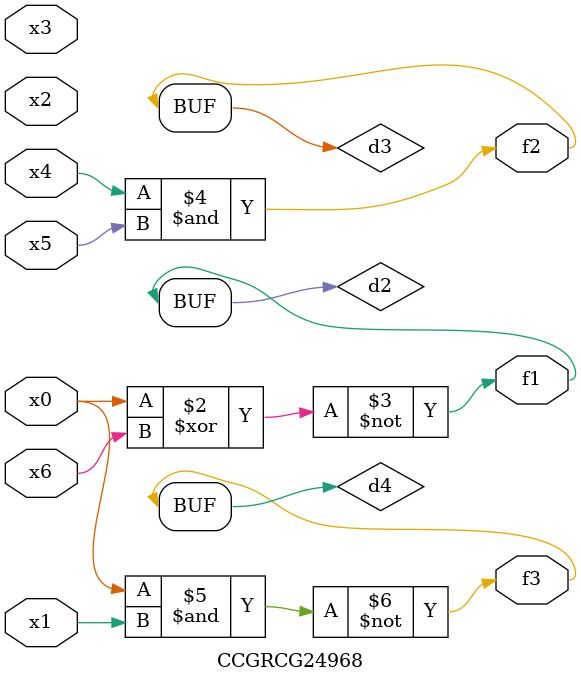
<source format=v>
module CCGRCG24968(
	input x0, x1, x2, x3, x4, x5, x6,
	output f1, f2, f3
);

	wire d1, d2, d3, d4;

	nor (d1, x0);
	xnor (d2, x0, x6);
	and (d3, x4, x5);
	nand (d4, x0, x1);
	assign f1 = d2;
	assign f2 = d3;
	assign f3 = d4;
endmodule

</source>
